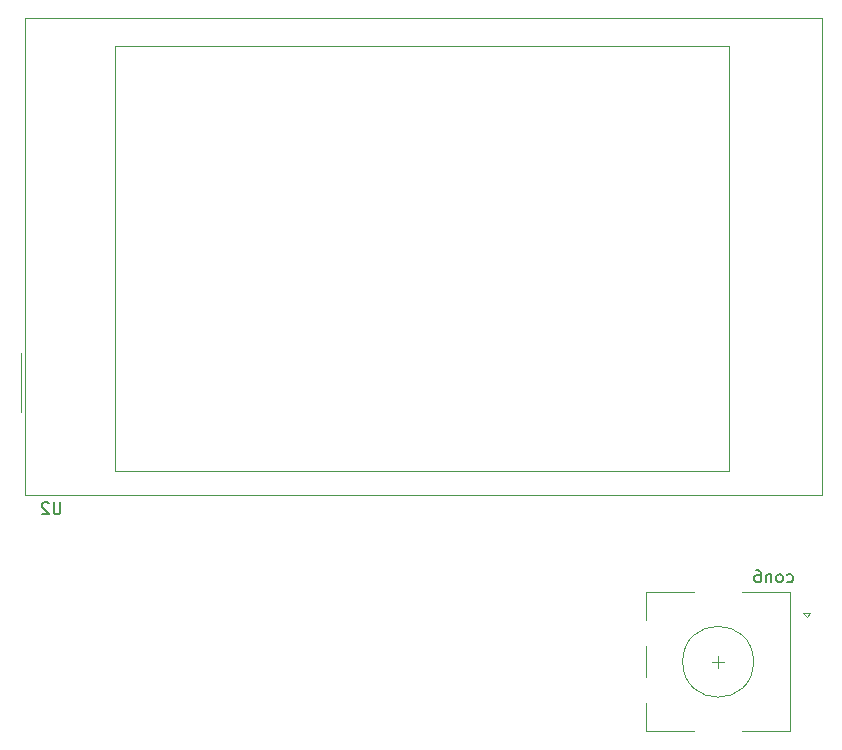
<source format=gbr>
%TF.GenerationSoftware,KiCad,Pcbnew,7.0.1*%
%TF.CreationDate,2024-04-08T12:26:25+03:00*%
%TF.ProjectId,double_flop,646f7562-6c65-45f6-966c-6f702e6b6963,rev?*%
%TF.SameCoordinates,Original*%
%TF.FileFunction,Legend,Bot*%
%TF.FilePolarity,Positive*%
%FSLAX46Y46*%
G04 Gerber Fmt 4.6, Leading zero omitted, Abs format (unit mm)*
G04 Created by KiCad (PCBNEW 7.0.1) date 2024-04-08 12:26:25*
%MOMM*%
%LPD*%
G01*
G04 APERTURE LIST*
%ADD10C,0.150000*%
%ADD11C,0.120000*%
G04 APERTURE END LIST*
D10*
%TO.C,con6*%
X200142857Y-72115000D02*
X200238095Y-72162619D01*
X200238095Y-72162619D02*
X200428571Y-72162619D01*
X200428571Y-72162619D02*
X200523809Y-72115000D01*
X200523809Y-72115000D02*
X200571428Y-72067380D01*
X200571428Y-72067380D02*
X200619047Y-71972142D01*
X200619047Y-71972142D02*
X200619047Y-71686428D01*
X200619047Y-71686428D02*
X200571428Y-71591190D01*
X200571428Y-71591190D02*
X200523809Y-71543571D01*
X200523809Y-71543571D02*
X200428571Y-71495952D01*
X200428571Y-71495952D02*
X200238095Y-71495952D01*
X200238095Y-71495952D02*
X200142857Y-71543571D01*
X199571428Y-72162619D02*
X199666666Y-72115000D01*
X199666666Y-72115000D02*
X199714285Y-72067380D01*
X199714285Y-72067380D02*
X199761904Y-71972142D01*
X199761904Y-71972142D02*
X199761904Y-71686428D01*
X199761904Y-71686428D02*
X199714285Y-71591190D01*
X199714285Y-71591190D02*
X199666666Y-71543571D01*
X199666666Y-71543571D02*
X199571428Y-71495952D01*
X199571428Y-71495952D02*
X199428571Y-71495952D01*
X199428571Y-71495952D02*
X199333333Y-71543571D01*
X199333333Y-71543571D02*
X199285714Y-71591190D01*
X199285714Y-71591190D02*
X199238095Y-71686428D01*
X199238095Y-71686428D02*
X199238095Y-71972142D01*
X199238095Y-71972142D02*
X199285714Y-72067380D01*
X199285714Y-72067380D02*
X199333333Y-72115000D01*
X199333333Y-72115000D02*
X199428571Y-72162619D01*
X199428571Y-72162619D02*
X199571428Y-72162619D01*
X198809523Y-71495952D02*
X198809523Y-72162619D01*
X198809523Y-71591190D02*
X198761904Y-71543571D01*
X198761904Y-71543571D02*
X198666666Y-71495952D01*
X198666666Y-71495952D02*
X198523809Y-71495952D01*
X198523809Y-71495952D02*
X198428571Y-71543571D01*
X198428571Y-71543571D02*
X198380952Y-71638809D01*
X198380952Y-71638809D02*
X198380952Y-72162619D01*
X197476190Y-71162619D02*
X197666666Y-71162619D01*
X197666666Y-71162619D02*
X197761904Y-71210238D01*
X197761904Y-71210238D02*
X197809523Y-71257857D01*
X197809523Y-71257857D02*
X197904761Y-71400714D01*
X197904761Y-71400714D02*
X197952380Y-71591190D01*
X197952380Y-71591190D02*
X197952380Y-71972142D01*
X197952380Y-71972142D02*
X197904761Y-72067380D01*
X197904761Y-72067380D02*
X197857142Y-72115000D01*
X197857142Y-72115000D02*
X197761904Y-72162619D01*
X197761904Y-72162619D02*
X197571428Y-72162619D01*
X197571428Y-72162619D02*
X197476190Y-72115000D01*
X197476190Y-72115000D02*
X197428571Y-72067380D01*
X197428571Y-72067380D02*
X197380952Y-71972142D01*
X197380952Y-71972142D02*
X197380952Y-71734047D01*
X197380952Y-71734047D02*
X197428571Y-71638809D01*
X197428571Y-71638809D02*
X197476190Y-71591190D01*
X197476190Y-71591190D02*
X197571428Y-71543571D01*
X197571428Y-71543571D02*
X197761904Y-71543571D01*
X197761904Y-71543571D02*
X197857142Y-71591190D01*
X197857142Y-71591190D02*
X197904761Y-71638809D01*
X197904761Y-71638809D02*
X197952380Y-71734047D01*
%TO.C,U2*%
X138611904Y-65400119D02*
X138611904Y-66209642D01*
X138611904Y-66209642D02*
X138564285Y-66304880D01*
X138564285Y-66304880D02*
X138516666Y-66352500D01*
X138516666Y-66352500D02*
X138421428Y-66400119D01*
X138421428Y-66400119D02*
X138230952Y-66400119D01*
X138230952Y-66400119D02*
X138135714Y-66352500D01*
X138135714Y-66352500D02*
X138088095Y-66304880D01*
X138088095Y-66304880D02*
X138040476Y-66209642D01*
X138040476Y-66209642D02*
X138040476Y-65400119D01*
X137611904Y-65495357D02*
X137564285Y-65447738D01*
X137564285Y-65447738D02*
X137469047Y-65400119D01*
X137469047Y-65400119D02*
X137230952Y-65400119D01*
X137230952Y-65400119D02*
X137135714Y-65447738D01*
X137135714Y-65447738D02*
X137088095Y-65495357D01*
X137088095Y-65495357D02*
X137040476Y-65590595D01*
X137040476Y-65590595D02*
X137040476Y-65685833D01*
X137040476Y-65685833D02*
X137088095Y-65828690D01*
X137088095Y-65828690D02*
X137659523Y-66400119D01*
X137659523Y-66400119D02*
X137040476Y-66400119D01*
D11*
%TO.C,con6*%
X202100000Y-74800000D02*
X201500000Y-74800000D01*
X201800000Y-75100000D02*
X202100000Y-74800000D01*
X201500000Y-74800000D02*
X201800000Y-75100000D01*
X200400000Y-73000000D02*
X200400000Y-84800000D01*
X196300000Y-73000000D02*
X200400000Y-73000000D01*
X196300000Y-84800000D02*
X200400000Y-84800000D01*
X194800000Y-78900000D02*
X193800000Y-78900000D01*
X194300000Y-78400000D02*
X194300000Y-79400000D01*
X192300000Y-73000000D02*
X188200000Y-73000000D01*
X188200000Y-73000000D02*
X188200000Y-75400000D01*
X188200000Y-77600000D02*
X188200000Y-80200000D01*
X188200000Y-82400000D02*
X188200000Y-84800000D01*
X188200000Y-84800000D02*
X192300000Y-84800000D01*
X197300000Y-78900000D02*
G75*
G03*
X197300000Y-78900000I-3000000J0D01*
G01*
%TO.C,U2*%
X135260000Y-57757500D02*
X135260000Y-52757500D01*
X135640000Y-24427500D02*
X135640000Y-64767500D01*
X135640000Y-64767500D02*
X203080000Y-64767500D01*
X143260000Y-26757500D02*
X143260000Y-62757500D01*
X143260000Y-62757500D02*
X195260000Y-62757500D01*
X195260000Y-26757500D02*
X143260000Y-26757500D01*
X195260000Y-62757500D02*
X195260000Y-26757500D01*
X203080000Y-24427500D02*
X135640000Y-24427500D01*
X203080000Y-64767500D02*
X203080000Y-24427500D01*
%TD*%
M02*

</source>
